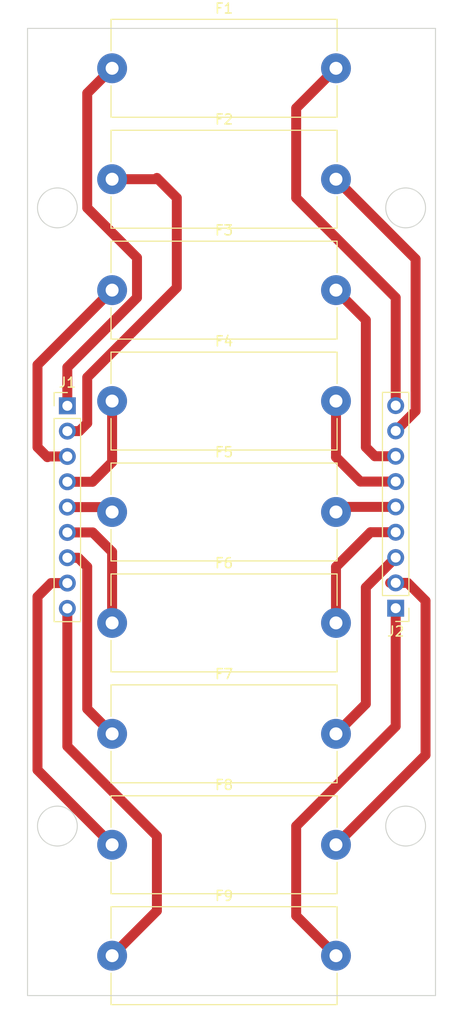
<source format=kicad_pcb>
(kicad_pcb (version 20211014) (generator pcbnew)
  (layers (0 "F.Cu" signal "cobre frontal") (31 "B.Cu" signal "Cobre traseira") (34 "B.Paste" user "Pasta traseira") (35 "F.Paste" user "Pasta frontal") (36 "B.SilkS" user "Serigrafia traseira") (37 "F.SilkS" user "Serigrafia frontal") (38 "B.Mask" user "Máscara traseira") (39 "F.Mask" user "Máscara frontal") (44 "Edge.Cuts" user "Cortes contorno"))
  (net 0 "")
  (net 1 "Net-(F1-Pad1)")
  (net 2 "Net-(F1-Pad2)")
  (net 3 "Net-(F2-Pad1)")
  (net 4 "Net-(F2-Pad2)")
  (net 5 "Net-(F3-Pad1)")
  (net 6 "Net-(F3-Pad2)")
  (net 7 "Net-(F4-Pad1)")
  (net 8 "Net-(F4-Pad2)")
  (net 9 "Net-(F5-Pad1)")
  (net 10 "Net-(F5-Pad2)")
  (net 11 "Net-(F6-Pad1)")
  (net 12 "Net-(F6-Pad2)")
  (net 13 "Net-(F7-Pad1)")
  (net 14 "Net-(F7-Pad2)")
  (net 15 "Net-(F8-Pad1)")
  (net 16 "Net-(F8-Pad2)")
  (net 17 "Net-(F9-Pad1)")
  (net 18 "Net-(F9-Pad2)")
  (footprint "Fuse:Fuseholder_Cylinder-5x20mm_Schurter_0031_8201_Horizontal_Open" (layer "F.Cu") (at 174.5 46.25)
    (fp_text reference "F3" (at 11.25 -6) (layer "F.SilkS"))
    (fp_text value "Fuse")
    (fp_line (start -0.11 -4.91) (end 22.61 -4.91) (layer "F.SilkS") (width 0.12))
    (fp_line (start 22.61 4.91) (end 22.61 1.75) (layer "F.SilkS") (width 0.12))
    (fp_line (start -0.11 4.91) (end -0.11 1.75) (layer "F.SilkS") (width 0.12))
    (fp_line (start 22.61 -1.75) (end 22.61 -4.91) (layer "F.SilkS") (width 0.12))
    (fp_line (start -0.11 4.91) (end 22.61 4.91) (layer "F.SilkS") (width 0.12))
    (fp_line (start -0.11 -1.75) (end -0.11 -4.91) (layer "F.SilkS") (width 0.12))
    (pad "" np_thru_hole circle (at 11.25 0) (size 2.7 2.7) (drill 2.7) (layers *.Cu *.Mask))
    (pad "1" thru_hole circle (at 0 0) (size 3 3) (drill 1.3) (layers *.Cu *.Mask) (net 5 "Net-(F3-Pad1)"))
    (pad "2" thru_hole circle (at 22.5 0) (size 3 3) (drill 1.3) (layers *.Cu *.Mask) (net 6 "Net-(F3-Pad2)"))
  )
  (footprint "Fuse:Fuseholder_Cylinder-5x20mm_Schurter_0031_8201_Horizontal_Open" (layer "F.Cu") (at 174.5 24)
    (fp_text reference "F1" (at 11.25 -6) (layer "F.SilkS"))
    (fp_text value "Fuse")
    (fp_line (start -0.11 -4.91) (end 22.61 -4.91) (layer "F.SilkS") (width 0.12))
    (fp_line (start -0.11 -1.75) (end -0.11 -4.91) (layer "F.SilkS") (width 0.12))
    (fp_line (start -0.11 4.91) (end -0.11 1.75) (layer "F.SilkS") (width 0.12))
    (fp_line (start -0.11 4.91) (end 22.61 4.91) (layer "F.SilkS") (width 0.12))
    (fp_line (start 22.61 -1.75) (end 22.61 -4.91) (layer "F.SilkS") (width 0.12))
    (fp_line (start 22.61 4.91) (end 22.61 1.75) (layer "F.SilkS") (width 0.12))
    (pad "" np_thru_hole circle (at 11.25 0) (size 2.7 2.7) (drill 2.7) (layers *.Cu *.Mask))
    (pad "1" thru_hole circle (at 0 0) (size 3 3) (drill 1.3) (layers *.Cu *.Mask) (net 1 "Net-(F1-Pad1)"))
    (pad "2" thru_hole circle (at 22.5 0) (size 3 3) (drill 1.3) (layers *.Cu *.Mask) (net 2 "Net-(F1-Pad2)"))
  )
  (footprint "Fuse:Fuseholder_Cylinder-5x20mm_Schurter_0031_8201_Horizontal_Open" (layer "F.Cu") (at 174.5 90.75)
    (fp_text reference "F7" (at 11.25 -6) (layer "F.SilkS"))
    (fp_text value "Fuse")
    (fp_line (start 22.61 4.91) (end 22.61 1.75) (layer "F.SilkS") (width 0.12))
    (fp_line (start -0.11 4.91) (end 22.61 4.91) (layer "F.SilkS") (width 0.12))
    (fp_line (start -0.11 4.91) (end -0.11 1.75) (layer "F.SilkS") (width 0.12))
    (fp_line (start -0.11 -4.91) (end 22.61 -4.91) (layer "F.SilkS") (width 0.12))
    (fp_line (start 22.61 -1.75) (end 22.61 -4.91) (layer "F.SilkS") (width 0.12))
    (fp_line (start -0.11 -1.75) (end -0.11 -4.91) (layer "F.SilkS") (width 0.12))
    (pad "" np_thru_hole circle (at 11.25 0) (size 2.7 2.7) (drill 2.7) (layers *.Cu *.Mask))
    (pad "1" thru_hole circle (at 0 0) (size 3 3) (drill 1.3) (layers *.Cu *.Mask) (net 13 "Net-(F7-Pad1)"))
    (pad "2" thru_hole circle (at 22.5 0) (size 3 3) (drill 1.3) (layers *.Cu *.Mask) (net 14 "Net-(F7-Pad2)"))
  )
  (footprint "Fuse:Fuseholder_Cylinder-5x20mm_Schurter_0031_8201_Horizontal_Open" (layer "F.Cu") (at 174.5 35.125)
    (fp_text reference "F2" (at 11.25 -6) (layer "F.SilkS"))
    (fp_text value "Fuse")
    (fp_line (start 22.61 4.91) (end 22.61 1.75) (layer "F.SilkS") (width 0.12))
    (fp_line (start -0.11 4.91) (end -0.11 1.75) (layer "F.SilkS") (width 0.12))
    (fp_line (start -0.11 4.91) (end 22.61 4.91) (layer "F.SilkS") (width 0.12))
    (fp_line (start -0.11 -1.75) (end -0.11 -4.91) (layer "F.SilkS") (width 0.12))
    (fp_line (start -0.11 -4.91) (end 22.61 -4.91) (layer "F.SilkS") (width 0.12))
    (fp_line (start 22.61 -1.75) (end 22.61 -4.91) (layer "F.SilkS") (width 0.12))
    (pad "" np_thru_hole circle (at 11.25 0) (size 2.7 2.7) (drill 2.7) (layers *.Cu *.Mask))
    (pad "1" thru_hole circle (at 0 0) (size 3 3) (drill 1.3) (layers *.Cu *.Mask) (net 3 "Net-(F2-Pad1)"))
    (pad "2" thru_hole circle (at 22.5 0) (size 3 3) (drill 1.3) (layers *.Cu *.Mask) (net 4 "Net-(F2-Pad2)"))
  )
  (footprint "Fuse:Fuseholder_Cylinder-5x20mm_Schurter_0031_8201_Horizontal_Open" (layer "F.Cu") (at 174.5 79.625)
    (fp_text reference "F6" (at 11.25 -6) (layer "F.SilkS"))
    (fp_text value "Fuse")
    (fp_line (start -0.11 4.91) (end 22.61 4.91) (layer "F.SilkS") (width 0.12))
    (fp_line (start -0.11 -4.91) (end 22.61 -4.91) (layer "F.SilkS") (width 0.12))
    (fp_line (start -0.11 -1.75) (end -0.11 -4.91) (layer "F.SilkS") (width 0.12))
    (fp_line (start 22.61 4.91) (end 22.61 1.75) (layer "F.SilkS") (width 0.12))
    (fp_line (start 22.61 -1.75) (end 22.61 -4.91) (layer "F.SilkS") (width 0.12))
    (fp_line (start -0.11 4.91) (end -0.11 1.75) (layer "F.SilkS") (width 0.12))
    (pad "" np_thru_hole circle (at 11.25 0) (size 2.7 2.7) (drill 2.7) (layers *.Cu *.Mask))
    (pad "1" thru_hole circle (at 0 0) (size 3 3) (drill 1.3) (layers *.Cu *.Mask) (net 11 "Net-(F6-Pad1)"))
    (pad "2" thru_hole circle (at 22.5 0) (size 3 3) (drill 1.3) (layers *.Cu *.Mask) (net 12 "Net-(F6-Pad2)"))
  )
  (footprint "Fuse:Fuseholder_Cylinder-5x20mm_Schurter_0031_8201_Horizontal_Open" (layer "F.Cu") (at 174.5 113)
    (fp_text reference "F9" (at 11.25 -6) (layer "F.SilkS"))
    (fp_text value "Fuse")
    (fp_line (start -0.11 4.91) (end -0.11 1.75) (layer "F.SilkS") (width 0.12))
    (fp_line (start -0.11 -1.75) (end -0.11 -4.91) (layer "F.SilkS") (width 0.12))
    (fp_line (start 22.61 4.91) (end 22.61 1.75) (layer "F.SilkS") (width 0.12))
    (fp_line (start -0.11 -4.91) (end 22.61 -4.91) (layer "F.SilkS") (width 0.12))
    (fp_line (start -0.11 4.91) (end 22.61 4.91) (layer "F.SilkS") (width 0.12))
    (fp_line (start 22.61 -1.75) (end 22.61 -4.91) (layer "F.SilkS") (width 0.12))
    (pad "" np_thru_hole circle (at 11.25 0) (size 2.7 2.7) (drill 2.7) (layers *.Cu *.Mask))
    (pad "1" thru_hole circle (at 0 0) (size 3 3) (drill 1.3) (layers *.Cu *.Mask) (net 17 "Net-(F9-Pad1)"))
    (pad "2" thru_hole circle (at 22.5 0) (size 3 3) (drill 1.3) (layers *.Cu *.Mask) (net 18 "Net-(F9-Pad2)"))
  )
  (footprint "Fuse:Fuseholder_Cylinder-5x20mm_Schurter_0031_8201_Horizontal_Open" (layer "F.Cu") (at 174.5 101.875)
    (fp_text reference "F8" (at 11.25 -6) (layer "F.SilkS"))
    (fp_text value "Fuse")
    (fp_line (start -0.11 4.91) (end -0.11 1.75) (layer "F.SilkS") (width 0.12))
    (fp_line (start -0.11 4.91) (end 22.61 4.91) (layer "F.SilkS") (width 0.12))
    (fp_line (start -0.11 -4.91) (end 22.61 -4.91) (layer "F.SilkS") (width 0.12))
    (fp_line (start -0.11 -1.75) (end -0.11 -4.91) (layer "F.SilkS") (width 0.12))
    (fp_line (start 22.61 -1.75) (end 22.61 -4.91) (layer "F.SilkS") (width 0.12))
    (fp_line (start 22.61 4.91) (end 22.61 1.75) (layer "F.SilkS") (width 0.12))
    (pad "" np_thru_hole circle (at 11.25 0) (size 2.7 2.7) (drill 2.7) (layers *.Cu *.Mask))
    (pad "1" thru_hole circle (at 0 0) (size 3 3) (drill 1.3) (layers *.Cu *.Mask) (net 15 "Net-(F8-Pad1)"))
    (pad "2" thru_hole circle (at 22.5 0) (size 3 3) (drill 1.3) (layers *.Cu *.Mask) (net 16 "Net-(F8-Pad2)"))
  )
  (footprint "Fuse:Fuseholder_Cylinder-5x20mm_Schurter_0031_8201_Horizontal_Open" (layer "F.Cu") (at 174.5 57.375)
    (fp_text reference "F4" (at 11.25 -6) (layer "F.SilkS"))
    (fp_text value "Fuse")
    (fp_line (start -0.11 4.91) (end -0.11 1.75) (layer "F.SilkS") (width 0.12))
    (fp_line (start -0.11 4.91) (end 22.61 4.91) (layer "F.SilkS") (width 0.12))
    (fp_line (start -0.11 -4.91) (end 22.61 -4.91) (layer "F.SilkS") (width 0.12))
    (fp_line (start 22.61 -1.75) (end 22.61 -4.91) (layer "F.SilkS") (width 0.12))
    (fp_line (start 22.61 4.91) (end 22.61 1.75) (layer "F.SilkS") (width 0.12))
    (fp_line (start -0.11 -1.75) (end -0.11 -4.91) (layer "F.SilkS") (width 0.12))
    (pad "" np_thru_hole circle (at 11.25 0) (size 2.7 2.7) (drill 2.7) (layers *.Cu *.Mask))
    (pad "1" thru_hole circle (at 0 0) (size 3 3) (drill 1.3) (layers *.Cu *.Mask) (net 7 "Net-(F4-Pad1)"))
    (pad "2" thru_hole circle (at 22.5 0) (size 3 3) (drill 1.3) (layers *.Cu *.Mask) (net 8 "Net-(F4-Pad2)"))
  )
  (footprint "Fuse:Fuseholder_Cylinder-5x20mm_Schurter_0031_8201_Horizontal_Open" (layer "F.Cu") (at 174.5 68.5)
    (fp_text reference "F5" (at 11.25 -6) (layer "F.SilkS"))
    (fp_text value "Fuse")
    (fp_line (start -0.11 4.91) (end 22.61 4.91) (layer "F.SilkS") (width 0.12))
    (fp_line (start -0.11 4.91) (end -0.11 1.75) (layer "F.SilkS") (width 0.12))
    (fp_line (start -0.11 -4.91) (end 22.61 -4.91) (layer "F.SilkS") (width 0.12))
    (fp_line (start 22.61 -1.75) (end 22.61 -4.91) (layer "F.SilkS") (width 0.12))
    (fp_line (start -0.11 -1.75) (end -0.11 -4.91) (layer "F.SilkS") (width 0.12))
    (fp_line (start 22.61 4.91) (end 22.61 1.75) (layer "F.SilkS") (width 0.12))
    (pad "" np_thru_hole circle (at 11.25 0) (size 2.7 2.7) (drill 2.7) (layers *.Cu *.Mask))
    (pad "1" thru_hole circle (at 0 0) (size 3 3) (drill 1.3) (layers *.Cu *.Mask) (net 9 "Net-(F5-Pad1)"))
    (pad "2" thru_hole circle (at 22.5 0) (size 3 3) (drill 1.3) (layers *.Cu *.Mask) (net 10 "Net-(F5-Pad2)"))
  )
  (footprint "Connector_PinHeader_2.54mm:PinHeader_1x09_P2.54mm_Vertical" (layer "F.Cu") (at 170 57.85)
    (fp_text reference "J1" (at 0 -2.33) (layer "F.SilkS"))
    (fp_text value "Conn_01x09_Male")
    (fp_line (start -1.33 1.27) (end 1.33 1.27) (layer "F.SilkS") (width 0.12))
    (fp_line (start -1.33 1.27) (end -1.33 21.65) (layer "F.SilkS") (width 0.12))
    (fp_line (start -1.33 -1.33) (end 0 -1.33) (layer "F.SilkS") (width 0.12))
    (fp_line (start -1.33 21.65) (end 1.33 21.65) (layer "F.SilkS") (width 0.12))
    (fp_line (start 1.33 1.27) (end 1.33 21.65) (layer "F.SilkS") (width 0.12))
    (fp_line (start -1.33 0) (end -1.33 -1.33) (layer "F.SilkS") (width 0.12))
    (pad "1" thru_hole rect (at 0 0) (size 1.7 1.7) (drill 1) (layers *.Cu *.Mask) (net 1 "Net-(F1-Pad1)"))
    (pad "2" thru_hole oval (at 0 2.54) (size 1.7 1.7) (drill 1) (layers *.Cu *.Mask) (net 3 "Net-(F2-Pad1)"))
    (pad "3" thru_hole oval (at 0 5.08) (size 1.7 1.7) (drill 1) (layers *.Cu *.Mask) (net 5 "Net-(F3-Pad1)"))
    (pad "4" thru_hole oval (at 0 7.62) (size 1.7 1.7) (drill 1) (layers *.Cu *.Mask) (net 7 "Net-(F4-Pad1)"))
    (pad "5" thru_hole oval (at 0 10.16) (size 1.7 1.7) (drill 1) (layers *.Cu *.Mask) (net 9 "Net-(F5-Pad1)"))
    (pad "6" thru_hole oval (at 0 12.7) (size 1.7 1.7) (drill 1) (layers *.Cu *.Mask) (net 11 "Net-(F6-Pad1)"))
    (pad "7" thru_hole oval (at 0 15.24) (size 1.7 1.7) (drill 1) (layers *.Cu *.Mask) (net 13 "Net-(F7-Pad1)"))
    (pad "8" thru_hole oval (at 0 17.78) (size 1.7 1.7) (drill 1) (layers *.Cu *.Mask) (net 15 "Net-(F8-Pad1)"))
    (pad "9" thru_hole oval (at 0 20.32) (size 1.7 1.7) (drill 1) (layers *.Cu *.Mask) (net 17 "Net-(F9-Pad1)"))
  )
  (footprint "Connector_PinHeader_2.54mm:PinHeader_1x09_P2.54mm_Vertical" (layer "F.Cu") (at 203 78.15 180)
    (fp_text reference "J2" (at 0 -2.33) (layer "F.SilkS"))
    (fp_text value "Conn_01x09_Male")
    (fp_line (start 1.33 1.27) (end 1.33 21.65) (layer "F.SilkS") (width 0.12))
    (fp_line (start -1.33 1.27) (end -1.33 21.65) (layer "F.SilkS") (width 0.12))
    (fp_line (start -1.33 21.65) (end 1.33 21.65) (layer "F.SilkS") (width 0.12))
    (fp_line (start -1.33 -1.33) (end 0 -1.33) (layer "F.SilkS") (width 0.12))
    (fp_line (start -1.33 0) (end -1.33 -1.33) (layer "F.SilkS") (width 0.12))
    (fp_line (start -1.33 1.27) (end 1.33 1.27) (layer "F.SilkS") (width 0.12))
    (pad "1" thru_hole rect (at 0 0 180) (size 1.7 1.7) (drill 1) (layers *.Cu *.Mask) (net 18 "Net-(F9-Pad2)"))
    (pad "2" thru_hole oval (at 0 2.54 180) (size 1.7 1.7) (drill 1) (layers *.Cu *.Mask) (net 16 "Net-(F8-Pad2)"))
    (pad "3" thru_hole oval (at 0 5.08 180) (size 1.7 1.7) (drill 1) (layers *.Cu *.Mask) (net 14 "Net-(F7-Pad2)"))
    (pad "4" thru_hole oval (at 0 7.62 180) (size 1.7 1.7) (drill 1) (layers *.Cu *.Mask) (net 12 "Net-(F6-Pad2)"))
    (pad "5" thru_hole oval (at 0 10.16 180) (size 1.7 1.7) (drill 1) (layers *.Cu *.Mask) (net 10 "Net-(F5-Pad2)"))
    (pad "6" thru_hole oval (at 0 12.7 180) (size 1.7 1.7) (drill 1) (layers *.Cu *.Mask) (net 8 "Net-(F4-Pad2)"))
    (pad "7" thru_hole oval (at 0 15.24 180) (size 1.7 1.7) (drill 1) (layers *.Cu *.Mask) (net 6 "Net-(F3-Pad2)"))
    (pad "8" thru_hole oval (at 0 17.78 180) (size 1.7 1.7) (drill 1) (layers *.Cu *.Mask) (net 4 "Net-(F2-Pad2)"))
    (pad "9" thru_hole oval (at 0 20.32 180) (size 1.7 1.7) (drill 1) (layers *.Cu *.Mask) (net 2 "Net-(F1-Pad2)"))
  )
  (gr_line (start 207 117) (end 207 20) (layer "Edge.Cuts") (width 0.1))
  (gr_line (start 207 20) (end 166 20) (layer "Edge.Cuts") (width 0.1))
  (gr_circle (center 204 38) (end 202 38) (layer "Edge.Cuts") (width 0.1) (fill none))
  (gr_circle (center 204 100) (end 202 100) (layer "Edge.Cuts") (width 0.1) (fill none))
  (gr_circle (center 169 100) (end 167 100) (layer "Edge.Cuts") (width 0.1) (fill none))
  (gr_line (start 166 117) (end 207 117) (layer "Edge.Cuts") (width 0.1))
  (gr_line (start 166 20) (end 166 117) (layer "Edge.Cuts") (width 0.1))
  (gr_circle (center 169 38) (end 167 38) (layer "Edge.Cuts") (width 0.1) (fill none))
  (segment (start 177 43) (end 172 38) (width 1) (layer "F.Cu") (net 1))
  (segment (start 170 54) (end 177 47) (width 1) (layer "F.Cu") (net 1))
  (segment (start 172 26.5) (end 174.5 24) (width 1) (layer "F.Cu") (net 1))
  (segment (start 177 47) (end 177 43) (width 1) (layer "F.Cu") (net 1))
  (segment (start 170 57.85) (end 170 54) (width 1) (layer "F.Cu") (net 1))
  (segment (start 172 38) (end 172 26.5) (width 1) (layer "F.Cu") (net 1))
  (segment (start 193 28) (end 197 24) (width 1) (layer "F.Cu") (net 2))
  (segment (start 193 37) (end 193 28) (width 1) (layer "F.Cu") (net 2))
  (segment (start 203 57.83) (end 203 47) (width 1) (layer "F.Cu") (net 2))
  (segment (start 203 47) (end 193 37) (width 1) (layer "F.Cu") (net 2))
  (segment (start 178.875 35.125) (end 174.5 35.125) (width 1) (layer "F.Cu") (net 3))
  (segment (start 181 37) (end 179 35) (width 1) (layer "F.Cu") (net 3))
  (segment (start 172 55) (end 181 46) (width 1) (layer "F.Cu") (net 3))
  (segment (start 171.202081 60.39) (end 172 59.592081) (width 1) (layer "F.Cu") (net 3))
  (segment (start 170 60.39) (end 171.202081 60.39) (width 1) (layer "F.Cu") (net 3))
  (segment (start 179 35) (end 178.875 35.125) (width 1) (layer "F.Cu") (net 3))
  (segment (start 181 46) (end 181 37) (width 1) (layer "F.Cu") (net 3))
  (segment (start 172 59.592081) (end 172 55) (width 1) (layer "F.Cu") (net 3))
  (segment (start 205 58.37) (end 205 43.125) (width 1) (layer "F.Cu") (net 4))
  (segment (start 205 43.125) (end 197 35.125) (width 1) (layer "F.Cu") (net 4))
  (segment (start 203 60.37) (end 205 58.37) (width 1) (layer "F.Cu") (net 4))
  (segment (start 168 63) (end 167 62) (width 1) (layer "F.Cu") (net 5))
  (segment (start 170 62.93) (end 168.07 62.93) (width 1) (layer "F.Cu") (net 5))
  (segment (start 167 62) (end 167 53.75) (width 1) (layer "F.Cu") (net 5))
  (segment (start 167 53.75) (end 174.5 46.25) (width 1) (layer "F.Cu") (net 5))
  (segment (start 168.07 62.93) (end 168 63) (width 1) (layer "F.Cu") (net 5))
  (segment (start 203 62.91) (end 200.91 62.91) (width 1) (layer "F.Cu") (net 6))
  (segment (start 200.91 62.91) (end 200 62) (width 1) (layer "F.Cu") (net 6))
  (segment (start 200 49.25) (end 197 46.25) (width 1) (layer "F.Cu") (net 6))
  (segment (start 200 62) (end 200 49.25) (width 1) (layer "F.Cu") (net 6))
  (segment (start 170 65.47) (end 172.53 65.47) (width 1) (layer "F.Cu") (net 7))
  (segment (start 174.5 63.5) (end 174.5 57.375) (width 1) (layer "F.Cu") (net 7))
  (segment (start 172.53 65.47) (end 174.5 63.5) (width 1) (layer "F.Cu") (net 7))
  (segment (start 197 63) (end 199.45 65.45) (width 1) (layer "F.Cu") (net 8))
  (segment (start 197 57.375) (end 197 63) (width 1) (layer "F.Cu") (net 8))
  (segment (start 199.45 65.45) (end 203 65.45) (width 1) (layer "F.Cu") (net 8))
  (segment (start 174.01 68.01) (end 174.5 68.5) (width 1) (layer "F.Cu") (net 9))
  (segment (start 170 68.01) (end 174.01 68.01) (width 1) (layer "F.Cu") (net 9))
  (segment (start 203 67.99) (end 197.51 67.99) (width 1) (layer "F.Cu") (net 10))
  (segment (start 197.51 67.99) (end 197 68.5) (width 1) (layer "F.Cu") (net 10))
  (segment (start 174.5 72.5) (end 174.5 79.625) (width 1) (layer "F.Cu") (net 11))
  (segment (start 170 70.55) (end 172.55 70.55) (width 1) (layer "F.Cu") (net 11))
  (segment (start 172.55 70.55) (end 174.5 72.5) (width 1) (layer "F.Cu") (net 11))
  (segment (start 200.47 70.53) (end 203 70.53) (width 1) (layer "F.Cu") (net 12))
  (segment (start 197 79.625) (end 197 74) (width 1) (layer "F.Cu") (net 12))
  (segment (start 197 74) (end 200.47 70.53) (width 1) (layer "F.Cu") (net 12))
  (segment (start 170 73.09) (end 171.09 73.09) (width 1) (layer "F.Cu") (net 13))
  (segment (start 171.09 73.09) (end 172 74) (width 1) (layer "F.Cu") (net 13))
  (segment (start 172 74) (end 172 88.25) (width 1) (layer "F.Cu") (net 13))
  (segment (start 172 88.25) (end 174.5 90.75) (width 1) (layer "F.Cu") (net 13))
  (segment (start 200 76.07) (end 200 87.75) (width 1) (layer "F.Cu") (net 14))
  (segment (start 200 87.75) (end 197 90.75) (width 1) (layer "F.Cu") (net 14))
  (segment (start 203 73.07) (end 200 76.07) (width 1) (layer "F.Cu") (net 14))
  (segment (start 170 75.63) (end 168.37 75.63) (width 1) (layer "F.Cu") (net 15))
  (segment (start 168.37 75.63) (end 167 77) (width 1) (layer "F.Cu") (net 15))
  (segment (start 167 94.375) (end 174.5 101.875) (width 1) (layer "F.Cu") (net 15))
  (segment (start 167 77) (end 167 94.375) (width 1) (layer "F.Cu") (net 15))
  (segment (start 203 75.61) (end 204.202081 75.61) (width 1) (layer "F.Cu") (net 16))
  (segment (start 204.202081 75.61) (end 206 77.407919) (width 1) (layer "F.Cu") (net 16))
  (segment (start 203 75.61) (end 202.440978 75.61) (width 1) (layer "F.Cu") (net 16))
  (segment (start 206 92.875) (end 197 101.875) (width 1) (layer "F.Cu") (net 16))
  (segment (start 206 77.407919) (end 206 92.875) (width 1) (layer "F.Cu") (net 16))
  (segment (start 170 78.17) (end 170 92) (width 1) (layer "F.Cu") (net 17))
  (segment (start 170 92) (end 179 101) (width 1) (layer "F.Cu") (net 17))
  (segment (start 179 108.5) (end 174.5 113) (width 1) (layer "F.Cu") (net 17))
  (segment (start 179 101) (end 179 108.5) (width 1) (layer "F.Cu") (net 17))
  (segment (start 193 100) (end 193 109) (width 1) (layer "F.Cu") (net 18))
  (segment (start 203 90) (end 193 100) (width 1) (layer "F.Cu") (net 18))
  (segment (start 193 109) (end 197 113) (width 1) (layer "F.Cu") (net 18))
  (segment (start 203 78.15) (end 203 90) (width 1) (layer "F.Cu") (net 18))
)
</source>
